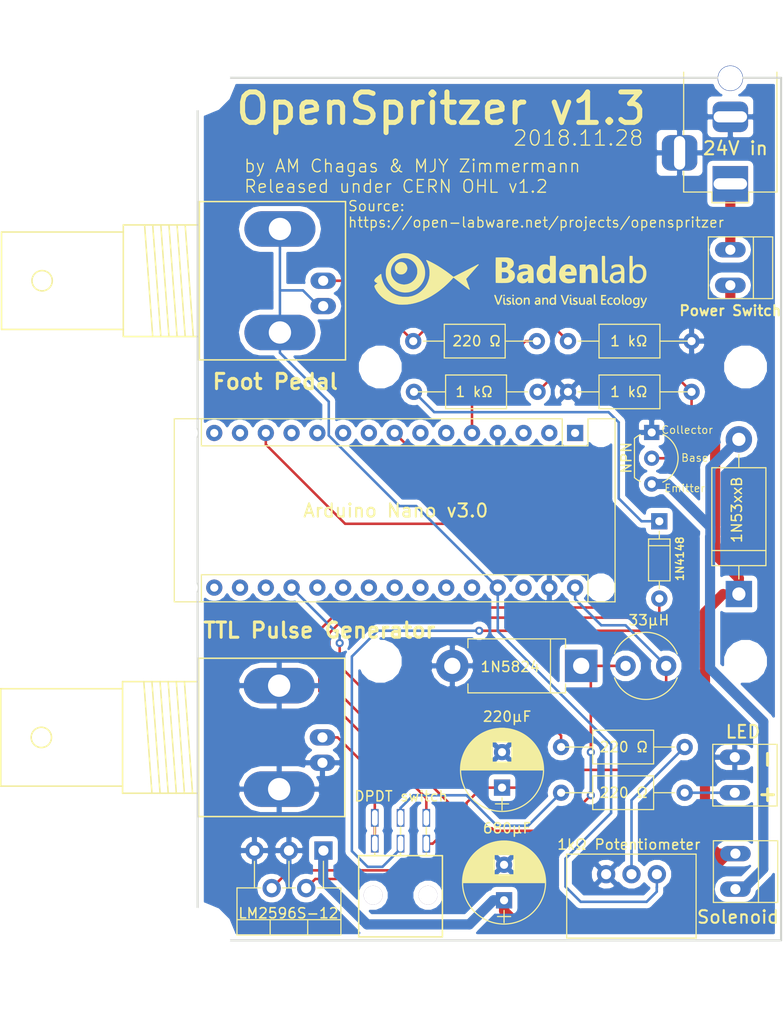
<source format=kicad_pcb>
(kicad_pcb (version 20171130) (host pcbnew "(5.0.0)")
  (layers (0 F.Cu signal) (31 B.Cu signal hide) (34 B.Paste user) (35 F.Paste user) (36 B.SilkS user) (37 F.SilkS user) (38 B.Mask user) (39 F.Mask user) (44 Edge.Cuts user))
  (net 0 "")
  (net 1 "Net-(A1-Pad16)")
  (net 2 "Net-(A1-Pad15)")
  (net 3 "Net-(A1-Pad30)")
  (net 4 "Net-(A1-Pad14)")
  (net 5 GNDREF)
  (net 6 "Net-(A1-Pad13)")
  (net 7 "Net-(A1-Pad28)")
  (net 8 "Net-(A1-Pad12)")
  (net 9 "Net-(A1-Pad27)")
  (net 10 "Net-(A1-Pad11)")
  (net 11 "Net-(A1-Pad26)")
  (net 12 "Net-(A1-Pad10)")
  (net 13 "Net-(A1-Pad25)")
  (net 14 "Net-(A1-Pad9)")
  (net 15 "Net-(A1-Pad24)")
  (net 16 "Net-(A1-Pad8)")
  (net 17 "Net-(A1-Pad23)")
  (net 18 "Net-(A1-Pad7)")
  (net 19 "Net-(A1-Pad22)")
  (net 20 "Net-(A1-Pad6)")
  (net 21 "Net-(A1-Pad21)")
  (net 22 "Net-(A1-Pad5)")
  (net 23 "Net-(A1-Pad20)")
  (net 24 "Net-(A1-Pad19)")
  (net 25 "Net-(A1-Pad3)")
  (net 26 "Net-(A1-Pad18)")
  (net 27 "Net-(A1-Pad2)")
  (net 28 "Net-(A1-Pad17)")
  (net 29 "Net-(A1-Pad1)")
  (net 30 "Net-(D1-Pad2)")
  (net 31 "Net-(D2-Pad2)")
  (net 32 "Net-(D2-Pad1)")
  (net 33 "Net-(D3-Pad2)")
  (net 34 "Net-(J1-Pad1)")
  (net 35 "Net-(Q1-Pad2)")
  (net 36 "Net-(R1-Pad1)")
  (net 37 "Net-(R2-Pad2)")
  (net 38 "Net-(C1-Pad1)")
  (net 39 "Net-(D4-Pad1)")
  (net 40 "Net-(J4-Pad1)")
  (module Maxime:Potentiometer (layer F.Cu) (at 142.75 143.5 270)
    (fp_text reference "" hide)
    (fp_text value "1kΩ Potentiometer" (at -2.95 0.25 180) (layer F.SilkS))
    (pad 3 thru_hole circle (at -0.02 -2.51 270) (size 1.8 1.8) (drill 1) (layers *.Cu *.Mask) (net 9 "Net-(A1-Pad27)"))
    (pad 2 thru_hole circle (at -0.02 -0.01 270) (size 1.8 1.8) (drill 1) (layers *.Cu *.Mask) (net 36 "Net-(R1-Pad1)"))
    (pad 1 thru_hole circle (at -0.02 2.49 270) (size 1.8 1.8) (drill 1) (layers *.Cu *.Mask) (net 5 GNDREF))
  )
  (module Diodes_THT:D_DO-201_P15.24mm_Horizontal (layer F.Cu) (at 153.34 115.87 90)
    (fp_text reference "" hide)
    (fp_text value 1N53xxB (at 8.3 -0.2 90) (layer F.SilkS))
    (pad 2 thru_hole oval (at 15.24 0 90) (size 2.6 2.6) (drill 1.3) (layers *.Cu *.Mask) (net 33 "Net-(D3-Pad2)"))
    (pad 1 thru_hole rect (at 0 0 90) (size 2.6 2.6) (drill 1.3) (layers *.Cu *.Mask) (net 38 "Net-(C1-Pad1)"))
  )
  (module Maxime:R_Axial_DIN0309_L9.0mm_D3.2mm_P15.24mm_Horizontal (layer F.Cu) (at 136.5 90.95)
    (fp_text reference "" (at 11.43 -2.54) (layer F.SilkS))
    (fp_text value "1 kΩ" (at 6 0) (layer F.SilkS))
    (pad 1 thru_hole circle (at 0 0) (size 1.6 1.6) (drill 0.8) (layers *.Cu *.Mask) (net 34 "Net-(J1-Pad1)"))
    (pad 2 thru_hole oval (at 12.18 0) (size 1.6 1.6) (drill 0.8) (layers *.Cu *.Mask) (net 5 GNDREF))
  )
  (module Maxime:R_Axial_DIN0309_L9.0mm_D3.2mm_P15.24mm_Horizontal (layer F.Cu) (at 148 130.95 180)
    (fp_text reference "" (at 11.43 -2.54 180) (layer F.SilkS))
    (fp_text value "220 Ω" (at 6 0 180) (layer F.SilkS))
    (pad 1 thru_hole circle (at 0 0 180) (size 1.6 1.6) (drill 0.8) (layers *.Cu *.Mask) (net 36 "Net-(R1-Pad1)"))
    (pad 2 thru_hole oval (at 12.18 0 180) (size 1.6 1.6) (drill 0.8) (layers *.Cu *.Mask) (net 24 "Net-(A1-Pad19)"))
  )
  (module Maxime:R_Axial_DIN0309_L9.0mm_D3.2mm_P15.24mm_Horizontal (layer F.Cu) (at 148 135.45 180)
    (fp_text reference "" (at 11.43 -2.54 180) (layer F.SilkS))
    (fp_text value "220 Ω" (at 6 0 180) (layer F.SilkS))
    (pad 1 thru_hole circle (at 0 0 180) (size 1.6 1.6) (drill 0.8) (layers *.Cu *.Mask) (net 30 "Net-(D1-Pad2)"))
    (pad 2 thru_hole oval (at 12.18 0 180) (size 1.6 1.6) (drill 0.8) (layers *.Cu *.Mask) (net 37 "Net-(R2-Pad2)"))
  )
  (module Maxime:R_Axial_DIN0309_L9.0mm_D3.2mm_P15.24mm_Horizontal (layer F.Cu) (at 136.5 95.95)
    (fp_text reference "" (at 11.43 -2.54) (layer F.SilkS))
    (fp_text value "1 kΩ" (at 6 0) (layer F.SilkS))
    (pad 1 thru_hole circle (at 0 0) (size 1.6 1.6) (drill 0.8) (layers *.Cu *.Mask) (net 5 GNDREF))
    (pad 2 thru_hole oval (at 12.18 0) (size 1.6 1.6) (drill 0.8) (layers *.Cu *.Mask) (net 35 "Net-(Q1-Pad2)"))
  )
  (module Maxime:R_Axial_DIN0309_L9.0mm_D3.2mm_P15.24mm_Horizontal (layer F.Cu) (at 121.25 90.95)
    (fp_text reference "" (at 11.43 -2.54) (layer F.SilkS))
    (fp_text value "220 Ω" (at 6.25 0) (layer F.SilkS))
    (pad 1 thru_hole circle (at 0 0) (size 1.6 1.6) (drill 0.8) (layers *.Cu *.Mask) (net 34 "Net-(J1-Pad1)"))
    (pad 2 thru_hole oval (at 12.18 0) (size 1.6 1.6) (drill 0.8) (layers *.Cu *.Mask) (net 22 "Net-(A1-Pad5)"))
  )
  (module Maxime:R_Axial_DIN0309_L9.0mm_D3.2mm_P15.24mm_Horizontal (layer F.Cu) (at 133.5 95.95 180)
    (fp_text reference "" (at 11.43 -2.54 180) (layer F.SilkS))
    (fp_text value "1 kΩ" (at 6.25 0 180) (layer F.SilkS))
    (pad 1 thru_hole circle (at 0 0 180) (size 1.6 1.6) (drill 0.8) (layers *.Cu *.Mask) (net 35 "Net-(Q1-Pad2)"))
    (pad 2 thru_hole oval (at 12.18 0 180) (size 1.6 1.6) (drill 0.8) (layers *.Cu *.Mask) (net 32 "Net-(D2-Pad1)"))
  )
  (module Maxime:maxi_PINHEAD1-2 (layer F.Cu) (at 153.5 81.95 270)
    (fp_text reference "" hide)
    (fp_text value "Power Switch" (at 6 1 180) (layer F.SilkS) (effects (font (thickness 0.2))))
    (pad 2 thru_hole oval (at 3.5 1 270) (size 1.51 3.01) (drill 1) (layers *.Cu *.Mask) (net 38 "Net-(C1-Pad1)"))
    (pad 1 thru_hole oval (at 0 1 270) (size 1.51 3.01) (drill 1) (layers *.Cu *.Mask) (net 38 "Net-(C1-Pad1)"))
  )
  (module Inductors_THT:L_Radial_D6.0mm_P4.00mm (layer F.Cu) (at 146.175 122.95 180)
    (fp_text reference "" hide)
    (fp_text value 33μH (at 1.7 4.5) (layer F.SilkS))
    (pad 1 thru_hole circle (at 0 0 180) (size 2 2) (drill 1) (layers *.Cu *.Mask) (net 3 "Net-(A1-Pad30)"))
    (pad 2 thru_hole circle (at 4 0 180) (size 2 2) (drill 1) (layers *.Cu *.Mask) (net 39 "Net-(D4-Pad1)"))
  )
  (module Modules:Arduino_Nano_WithMountingHoles (layer F.Cu) (at 137.2 100 270)
    (fp_text reference "" hide)
    (fp_text value "Arduino Nano v3.0" (at 7.65 17.675) (layer F.SilkS) (effects (font (size 1.3 1.3) (thickness 0.2))))
    (pad 1 thru_hole rect (at 0 0 270) (size 1.6 1.6) (drill 0.8) (layers *.Cu *.Mask) (net 29 "Net-(A1-Pad1)"))
    (pad 17 thru_hole oval (at 15.24 33.02 270) (size 1.6 1.6) (drill 0.8) (layers *.Cu *.Mask) (net 28 "Net-(A1-Pad17)"))
    (pad 2 thru_hole oval (at 0 2.54 270) (size 1.6 1.6) (drill 0.8) (layers *.Cu *.Mask) (net 27 "Net-(A1-Pad2)"))
    (pad 18 thru_hole oval (at 15.24 30.48 270) (size 1.6 1.6) (drill 0.8) (layers *.Cu *.Mask) (net 26 "Net-(A1-Pad18)"))
    (pad 3 thru_hole oval (at 0 5.08 270) (size 1.6 1.6) (drill 0.8) (layers *.Cu *.Mask) (net 25 "Net-(A1-Pad3)"))
    (pad 19 thru_hole oval (at 15.24 27.94 270) (size 1.6 1.6) (drill 0.8) (layers *.Cu *.Mask) (net 24 "Net-(A1-Pad19)"))
    (pad 4 thru_hole oval (at 0 7.62 270) (size 1.6 1.6) (drill 0.8) (layers *.Cu *.Mask) (net 5 GNDREF))
    (pad 20 thru_hole oval (at 15.24 25.4 270) (size 1.6 1.6) (drill 0.8) (layers *.Cu *.Mask) (net 23 "Net-(A1-Pad20)"))
    (pad 5 thru_hole oval (at 0 10.16 270) (size 1.6 1.6) (drill 0.8) (layers *.Cu *.Mask) (net 22 "Net-(A1-Pad5)"))
    (pad 21 thru_hole oval (at 15.24 22.86 270) (size 1.6 1.6) (drill 0.8) (layers *.Cu *.Mask) (net 21 "Net-(A1-Pad21)"))
    (pad 6 thru_hole oval (at 0 12.7 270) (size 1.6 1.6) (drill 0.8) (layers *.Cu *.Mask) (net 20 "Net-(A1-Pad6)"))
    (pad 22 thru_hole oval (at 15.24 20.32 270) (size 1.6 1.6) (drill 0.8) (layers *.Cu *.Mask) (net 19 "Net-(A1-Pad22)"))
    (pad 7 thru_hole oval (at 0 15.24 270) (size 1.6 1.6) (drill 0.8) (layers *.Cu *.Mask) (net 18 "Net-(A1-Pad7)"))
    (pad 23 thru_hole oval (at 15.24 17.78 270) (size 1.6 1.6) (drill 0.8) (layers *.Cu *.Mask) (net 17 "Net-(A1-Pad23)"))
    (pad 8 thru_hole oval (at 0 17.78 270) (size 1.6 1.6) (drill 0.8) (layers *.Cu *.Mask) (net 16 "Net-(A1-Pad8)"))
    (pad 24 thru_hole oval (at 15.24 15.24 270) (size 1.6 1.6) (drill 0.8) (layers *.Cu *.Mask) (net 15 "Net-(A1-Pad24)"))
    (pad 9 thru_hole oval (at 0 20.32 270) (size 1.6 1.6) (drill 0.8) (layers *.Cu *.Mask) (net 14 "Net-(A1-Pad9)"))
    (pad 25 thru_hole oval (at 15.24 12.7 270) (size 1.6 1.6) (drill 0.8) (layers *.Cu *.Mask) (net 13 "Net-(A1-Pad25)"))
    (pad 10 thru_hole oval (at 0 22.86 270) (size 1.6 1.6) (drill 0.8) (layers *.Cu *.Mask) (net 12 "Net-(A1-Pad10)"))
    (pad 26 thru_hole oval (at 15.24 10.16 270) (size 1.6 1.6) (drill 0.8) (layers *.Cu *.Mask) (net 11 "Net-(A1-Pad26)"))
    (pad 11 thru_hole oval (at 0 25.4 270) (size 1.6 1.6) (drill 0.8) (layers *.Cu *.Mask) (net 10 "Net-(A1-Pad11)"))
    (pad 27 thru_hole oval (at 15.24 7.62 270) (size 1.6 1.6) (drill 0.8) (layers *.Cu *.Mask) (net 9 "Net-(A1-Pad27)"))
    (pad 12 thru_hole oval (at 0 27.94 270) (size 1.6 1.6) (drill 0.8) (layers *.Cu *.Mask) (net 8 "Net-(A1-Pad12)"))
    (pad 28 thru_hole oval (at 15.24 5.08 270) (size 1.6 1.6) (drill 0.8) (layers *.Cu *.Mask) (net 7 "Net-(A1-Pad28)"))
    (pad 13 thru_hole oval (at 0 30.48 270) (size 1.6 1.6) (drill 0.8) (layers *.Cu *.Mask) (net 6 "Net-(A1-Pad13)"))
    (pad 29 thru_hole oval (at 15.24 2.54 270) (size 1.6 1.6) (drill 0.8) (layers *.Cu *.Mask) (net 5 GNDREF))
    (pad 14 thru_hole oval (at 0 33.02 270) (size 1.6 1.6) (drill 0.8) (layers *.Cu *.Mask) (net 4 "Net-(A1-Pad14)"))
    (pad 30 thru_hole oval (at 15.24 0 270) (size 1.6 1.6) (drill 0.8) (layers *.Cu *.Mask) (net 3 "Net-(A1-Pad30)"))
    (pad 15 thru_hole oval (at 0 35.56 270) (size 1.6 1.6) (drill 0.8) (layers *.Cu *.Mask) (net 2 "Net-(A1-Pad15)"))
    (pad 16 thru_hole oval (at 15.24 35.56 270) (size 1.6 1.6) (drill 0.8) (layers *.Cu *.Mask) (net 1 "Net-(A1-Pad16)"))
    (pad "" np_thru_hole circle (at 0 -2.54 270) (size 1.78 1.78) (drill 1.78) (layers *.Cu *.Mask))
    (pad "" np_thru_hole circle (at 15.24 -2.54 270) (size 1.78 1.78) (drill 1.78) (layers *.Cu *.Mask))
    (pad "" np_thru_hole circle (at 15.24 38.1 270) (size 1.78 1.78) (drill 1.78) (layers *.Cu *.Mask))
    (pad "" np_thru_hole circle (at 0 38.1 270) (size 1.78 1.78) (drill 1.78) (layers *.Cu *.Mask))
  )
  (module Package_TO_SOT_THT:TO-92L_Inline_Wide (layer F.Cu) (at 144.75 99.95 270)
    (fp_text reference NPN (at 2.5 2.5 270) (layer F.SilkS))
    (fp_text value "")
    (pad 1 thru_hole rect (at 0 0) (size 1.5 1.5) (drill 0.8) (layers *.Cu *.Mask) (net 5 GNDREF))
    (pad 3 thru_hole circle (at 5.08 0) (size 1.5 1.5) (drill 0.8) (layers *.Cu *.Mask) (net 33 "Net-(D3-Pad2)"))
    (pad 2 thru_hole circle (at 2.54 0) (size 1.5 1.5) (drill 0.8) (layers *.Cu *.Mask) (net 35 "Net-(Q1-Pad2)"))
  )
  (module Maxime:BarrelJack_Horizontal_maxime (layer F.Cu) (at 152.5 60.95 270)
    (fp_text reference "" hide)
    (fp_text value "24V in" (at 11 -0.5 180) (layer F.SilkS) (effects (font (size 1.3 1.3) (thickness 0.2))))
    (pad 3 thru_hole roundrect (at 11.45 5 270) (size 3.5 3.5) (drill oval 3.3 1.1) (layers *.Cu *.Mask) (net 5 GNDREF))
    (pad 2 thru_hole roundrect (at 7.9 0 270) (size 3 3.5) (drill oval 1.1 3.3) (layers *.Cu *.Mask) (net 5 GNDREF))
    (pad 1 thru_hole rect (at 14.5 0 270) (size 3.5 3.5) (drill oval 1.1 3.3) (layers *.Cu *.Mask) (net 38 "Net-(C1-Pad1)"))
    (pad 4 thru_hole circle (at 4.1 0 270) (size 2.5 2.5) (drill 2.4) (layers *.Cu *.Mask))
  )
  (module MountingHole:MountingHole_6.4mm_M6 (layer F.Cu) (at 100 65)
    (fp_text reference "" (at 0 -7.4) (layer F.SilkS))
    (fp_text value "")
    (pad 1 np_thru_hole circle (at 0 0) (size 6.4 6.4) (drill 6.4) (layers *.Cu *.Mask))
  )
  (module Diodes_THT:D_DO-201AD_P12.70mm_Horizontal (layer F.Cu) (at 137.8 122.95 180)
    (fp_text reference "" hide)
    (fp_text value 1N5824 (at 7 -0.1 180) (layer F.SilkS))
    (pad 1 thru_hole rect (at 0 0 180) (size 3.2 3.2) (drill 1.6) (layers *.Cu *.Mask) (net 39 "Net-(D4-Pad1)"))
    (pad 2 thru_hole oval (at 12.7 0 180) (size 3.2 3.2) (drill 1.6) (layers *.Cu *.Mask) (net 5 GNDREF))
  )
  (module Maxime:maxi_DPDT_Angled (layer F.Cu) (at 120 149.65)
    (fp_text reference "" hide)
    (fp_text value "DPDT switch" (at 0.05 -13.85 180) (layer F.SilkS))
    (pad 1 thru_hole rect (at -2.54 -11.72) (size 0.75 1.75) (drill oval 0.55 1.55) (layers *.Cu *.Mask) (net 40 "Net-(J4-Pad1)"))
    (pad 2 thru_hole rect (at 0 -11.72) (size 0.75 1.75) (drill oval 0.55 1.55) (layers *.Cu *.Mask) (net 37 "Net-(R2-Pad2)"))
    (pad 3 thru_hole rect (at 2.54 -11.72) (size 0.75 1.75) (drill oval 0.55 1.55) (layers *.Cu *.Mask) (net 6 "Net-(A1-Pad13)"))
    (pad 4 thru_hole rect (at -2.54 -9.18) (size 0.75 1.75) (drill oval 0.55 1.55) (layers *.Cu *.Mask) (net 40 "Net-(J4-Pad1)"))
    (pad 5 thru_hole rect (at 0 -9.18) (size 0.75 1.75) (drill oval 0.55 1.55) (layers *.Cu *.Mask) (net 31 "Net-(D2-Pad2)"))
    (pad 6 thru_hole rect (at 2.54 -9.18) (size 0.75 1.75) (drill oval 0.55 1.55) (layers *.Cu *.Mask) (net 16 "Net-(A1-Pad8)"))
    (pad 7 thru_hole circle (at -2.7 -4.1) (size 1.85 1.85) (drill 1.85) (layers *.Cu *.Mask))
    (pad 8 thru_hole circle (at 2.7 -4.1) (size 1.85 1.85) (drill 1.85) (layers *.Cu *.Mask))
  )
  (module Capacitors_THT:CP_Radial_D8.0mm_P3.50mm (layer F.Cu) (at 130.2 146.05 90)
    (fp_text reference "" hide)
    (fp_text value 680μF (at 7.1 0.3 180) (layer F.SilkS))
    (pad 1 thru_hole rect (at 0 0 90) (size 1.6 1.6) (drill 0.8) (layers *.Cu *.Mask) (net 38 "Net-(C1-Pad1)"))
    (pad 2 thru_hole circle (at 3.5 0 90) (size 1.6 1.6) (drill 0.8) (layers *.Cu *.Mask) (net 5 GNDREF))
  )
  (module Capacitors_THT:CP_Radial_D8.0mm_P3.50mm (layer F.Cu) (at 130 134.95 90)
    (fp_text reference "" hide)
    (fp_text value 220μF (at 7 0.5 180) (layer F.SilkS))
    (pad 2 thru_hole circle (at 3.5 0 90) (size 1.6 1.6) (drill 0.8) (layers *.Cu *.Mask) (net 5 GNDREF))
    (pad 1 thru_hole rect (at 0 0 90) (size 1.6 1.6) (drill 0.8) (layers *.Cu *.Mask) (net 3 "Net-(A1-Pad30)"))
  )
  (module Mounting_Holes:MountingHole_3.2mm_M3 (layer F.Cu) (at 118 93.5)
    (fp_text reference "" hide)
    (fp_text value "")
    (pad "" np_thru_hole circle (at 0 0) (size 3.2 3.2) (drill 3.2) (layers *.Cu *.Mask))
  )
  (module Mounting_Holes:MountingHole_3.2mm_M3 (layer F.Cu) (at 118 122.5 90)
    (fp_text reference "" hide)
    (fp_text value "")
    (pad "" np_thru_hole circle (at 0 0 90) (size 3.2 3.2) (drill 3.2) (layers *.Cu *.Mask))
  )
  (module Maxime:maxi_PINHEAD1-2 (layer F.Cu) (at 153.94 131.95 270)
    (fp_text reference "" hide)
    (fp_text value LED (at -2.5 0.19 180) (layer F.SilkS) (effects (font (size 1.25 1.25) (thickness 0.2))))
    (pad 1 thru_hole oval (at 0 1 270) (size 1.51 3.01) (drill 1) (layers *.Cu *.Mask) (net 5 GNDREF))
    (pad 2 thru_hole oval (at 3.5 1 270) (size 1.51 3.01) (drill 1) (layers *.Cu *.Mask) (net 30 "Net-(D1-Pad2)"))
  )
  (module Maxime:maxi_PINHEAD1-2 (layer F.Cu) (at 154 141.45 270)
    (fp_text reference "" hide)
    (fp_text value Solenoid (at 6.25 0.75 180) (layer F.SilkS) (effects (font (size 1.25 1.25) (thickness 0.2))))
    (pad 2 thru_hole oval (at 3.5 1 270) (size 1.51 3.01) (drill 1) (layers *.Cu *.Mask) (net 33 "Net-(D3-Pad2)"))
    (pad 1 thru_hole oval (at 0 1 270) (size 1.51 3.01) (drill 1) (layers *.Cu *.Mask) (net 38 "Net-(C1-Pad1)"))
  )
  (module Maxime:BNC_Socket_TYCO-AMP_LargePads (layer F.Cu) (at 107.375 85 90)
    (fp_text reference "" (at 0.508 9.652 90) (layer F.SilkS))
    (fp_text value "Foot Pedal" (at -9.95 0.275 180) (layer F.SilkS) (effects (font (size 1.5 1.5) (thickness 0.3))))
    (pad 2 thru_hole oval (at -5.09778 0.7366 90) (size 3.50012 7.00024) (drill 2.19964) (layers *.Cu *.Mask) (net 9 "Net-(A1-Pad27)"))
    (pad 2 thru_hole oval (at 5.10032 0.7366 90) (size 3.50012 7.00024) (drill 2.19964) (layers *.Cu *.Mask) (net 9 "Net-(A1-Pad27)"))
    (pad 1 thru_hole oval (at 0 5.00126 90) (size 1.6002 2.49936) (drill 1.00076) (layers *.Cu *.Mask) (net 34 "Net-(J1-Pad1)"))
    (pad 2 thru_hole oval (at -2.49936 5.00126 90) (size 1.6002 2.49936) (drill 1.00076) (layers *.Cu *.Mask) (net 9 "Net-(A1-Pad27)"))
  )
  (module Diodes_THT:D_DO-35_SOD27_P7.62mm_Horizontal (layer F.Cu) (at 145.5 108.7 270)
    (fp_text reference "" hide)
    (fp_text value 1N4148 (at 3.7 -2.025 270) (layer F.SilkS) (effects (font (size 0.75 0.75))))
    (pad 1 thru_hole rect (at 0 0 270) (size 1.6 1.6) (drill 0.8) (layers *.Cu *.Mask) (net 32 "Net-(D2-Pad1)"))
    (pad 2 thru_hole oval (at 7.62 0 270) (size 1.6 1.6) (drill 0.8) (layers *.Cu *.Mask) (net 31 "Net-(D2-Pad2)"))
  )
  (module Mounting_Holes:MountingHole_3.2mm_M3 (layer F.Cu) (at 154 93.5)
    (fp_text reference "" (at 0 -4.2) (layer F.SilkS))
    (fp_text value "" hide)
    (pad "" np_thru_hole circle (at 0 0) (size 3.2 3.2) (drill 3.2) (layers *.Cu *.Mask))
  )
  (module TO_SOT_Packages_THT:TO-220-5_Vertical_StaggeredType1 (layer F.Cu) (at 112.4 141.15 180)
    (fp_text reference "" hide)
    (fp_text value LM2596S-12 (at 3.45 -6.175) (layer F.SilkS))
    (pad 1 thru_hole rect (at 0 0 180) (size 1.8 1.8) (drill 1) (layers *.Cu *.Mask) (net 38 "Net-(C1-Pad1)"))
    (pad 2 thru_hole oval (at 1.7 -3.7 180) (size 1.8 1.8) (drill 1) (layers *.Cu *.Mask) (net 39 "Net-(D4-Pad1)"))
    (pad 3 thru_hole oval (at 3.4 0 180) (size 1.8 1.8) (drill 1) (layers *.Cu *.Mask) (net 5 GNDREF))
    (pad 4 thru_hole oval (at 5.1 -3.7 180) (size 1.8 1.8) (drill 1) (layers *.Cu *.Mask) (net 3 "Net-(A1-Pad30)"))
    (pad 5 thru_hole oval (at 6.8 0 180) (size 1.8 1.8) (drill 1) (layers *.Cu *.Mask) (net 5 GNDREF))
  )
  (module Mounting_Holes:MountingHole_3.2mm_M3 (layer F.Cu) (at 154 122.5)
    (fp_text reference "" hide)
    (fp_text value "")
    (pad "" np_thru_hole circle (at 0 0) (size 3.2 3.2) (drill 3.2) (layers *.Cu *.Mask))
  )
  (module Maxime:BNC_Socket_TYCO-AMP_LargePads (layer F.Cu) (at 107.3 130 90)
    (fp_text reference "" (at 0.508 9.652 90) (layer F.SilkS))
    (fp_text value "TTL Pulse Generator" (at 10.55 4.7 180) (layer F.SilkS) (effects (font (size 1.5 1.5) (thickness 0.3))))
    (pad 2 thru_hole oval (at -2.49936 5.00126 90) (size 1.6002 2.49936) (drill 1.00076) (layers *.Cu *.Mask) (net 5 GNDREF))
    (pad 1 thru_hole oval (at 0 5.00126 90) (size 1.6002 2.49936) (drill 1.00076) (layers *.Cu *.Mask) (net 40 "Net-(J4-Pad1)"))
    (pad 2 thru_hole oval (at 5.10032 0.7366 90) (size 3.50012 7.00024) (drill 2.19964) (layers *.Cu *.Mask) (net 5 GNDREF))
    (pad 2 thru_hole oval (at -5.09778 0.7366 90) (size 3.50012 7.00024) (drill 2.19964) (layers *.Cu *.Mask) (net 5 GNDREF))
  )
  (module "Maxime:new_logo 2500" (layer F.Cu) (at 131 85.2)
    (fp_text reference "" hide)
    (fp_text value "" hide)
  )
  (module MountingHole:MountingHole_6.4mm_M6 (layer F.Cu) (at 100 150)
    (fp_text reference "" (at 0 -7.4) (layer F.SilkS))
    (fp_text value MountingHole_6.4mm_M6)
    (pad 1 np_thru_hole circle (at 0 0) (size 6.4 6.4) (drill 6.4) (layers *.Cu *.Mask))
  )
  (gr_text Collector (at 148.25 99.7) (layer F.SilkS) (effects (font (size 0.75 0.75) (thickness 0.1))))
  (gr_text "Base\n" (at 149 102.45) (layer F.SilkS) (effects (font (size 0.75 0.75) (thickness 0.1))))
  (gr_text Emitter (at 148 105.45) (layer F.SilkS) (effects (font (size 0.75 0.75) (thickness 0.1))))
  (gr_text 2018.11.28 (at 131 70.95) (layer F.SilkS) (effects (font (size 1.5 1.5) (thickness 0.125)) (justify left)))
  (gr_text "by AM Chagas & MJY Zimmermann\nReleased under CERN OHL v1.2" (at 104.5 74.7) (layer F.SilkS) (effects (font (size 1.25 1.25) (thickness 0.125)) (justify left)))
  (gr_text "Source:\nhttps://open-labware.net/projects/openspritzer" (at 114.75 78.45) (layer F.SilkS) (effects (font (size 1 1) (thickness 0.125)) (justify left)))
  (gr_text "OpenSpritzer v1.3\n\n" (at 124 70.45) (layer F.SilkS) (effects (font (size 3 3) (thickness 0.5))))
  (gr_line (start 100 65) (end 100 150) (layer Edge.Cuts) (width 0.2))
  (gr_line (start 100 65) (end 157.5 65) (layer Edge.Cuts) (width 0.2))
  (gr_line (start 157.5 65) (end 157.5 150) (layer Edge.Cuts) (width 0.2))
  (gr_line (start 100 150) (end 157.5 150) (layer Edge.Cuts) (width 0.2))
  (target plus (at 100.013005 150.025366) (size 5) (width 0.15) (layer Edge.Cuts))
  (gr_text + (at 156.18 135.54) (layer F.SilkS) (effects (font (size 1.5 1.5) (thickness 0.3))))
  (gr_text - (at 156.06 132.16 90) (layer F.SilkS) (effects (font (size 1.5 1.5) (thickness 0.3)) (justify mirror)))
  (segment (start 128 134.95) (end 130 134.95) (width 0.25) (layer F.Cu) (net 3))
  (segment (start 126.5 136.45) (end 128 134.95) (width 0.25) (layer F.Cu) (net 3))
  (segment (start 126.5 139.5) (end 126.5 136.45) (width 0.25) (layer F.Cu) (net 3))
  (segment (start 122.9 143.1) (end 126.5 139.5) (width 0.25) (layer F.Cu) (net 3))
  (segment (start 107.3 144.85) (end 109.05 143.1) (width 0.25) (layer F.Cu) (net 3))
  (segment (start 109.05 143.1) (end 122.9 143.1) (width 0.25) (layer F.Cu) (net 3))
  (segment (start 130 134.95) (end 133.5 134.95) (width 0.25) (layer F.Cu) (net 3))
  (segment (start 133.5 134.95) (end 135.25 133.2) (width 0.25) (layer F.Cu) (net 3))
  (segment (start 135.25 133.2) (end 143.5 133.2) (width 0.25) (layer F.Cu) (net 3))
  (segment (start 143.5 133.2) (end 144.5 132.2) (width 0.25) (layer F.Cu) (net 3))
  (segment (start 144.5 132.2) (end 144.5 128.95) (width 0.25) (layer F.Cu) (net 3))
  (segment (start 146.175 127.275) (end 146.175 122.95) (width 0.25) (layer F.Cu) (net 3))
  (segment (start 144.5 128.95) (end 146.175 127.275) (width 0.25) (layer F.Cu) (net 3))
  (segment (start 137.2 116.37137) (end 139.77863 118.95) (width 0.25) (layer B.Cu) (net 3))
  (segment (start 137.2 115.24) (end 137.2 116.37137) (width 0.25) (layer B.Cu) (net 3))
  (segment (start 142.175 118.95) (end 146.175 122.95) (width 0.25) (layer B.Cu) (net 3))
  (segment (start 139.77863 118.95) (end 142.175 118.95) (width 0.25) (layer B.Cu) (net 3))
  (segment (start 129.58 99.63) (end 129.58 100) (width 0.25) (layer F.Cu) (net 5))
  (segment (start 139.25 108.95) (end 114.53863 108.95) (width 0.25) (layer F.Cu) (net 6))
  (segment (start 142.75 115.95) (end 142.75 112.45) (width 0.25) (layer F.Cu) (net 6))
  (segment (start 122.54 135.99) (end 112 125.45) (width 0.25) (layer F.Cu) (net 6))
  (segment (start 122.54 137.93) (end 122.54 135.99) (width 0.25) (layer F.Cu) (net 6))
  (segment (start 142.75 112.45) (end 139.25 108.95) (width 0.25) (layer F.Cu) (net 6))
  (segment (start 112 125.45) (end 112 119.45) (width 0.25) (layer F.Cu) (net 6))
  (segment (start 114.53863 108.95) (end 106.72 101.13137) (width 0.25) (layer F.Cu) (net 6))
  (segment (start 112 119.45) (end 114.25 117.2) (width 0.25) (layer F.Cu) (net 6))
  (segment (start 114.25 117.2) (end 141.5 117.2) (width 0.25) (layer F.Cu) (net 6))
  (segment (start 106.72 101.13137) (end 106.72 100) (width 0.25) (layer F.Cu) (net 6))
  (segment (start 141.5 117.2) (end 142.75 115.95) (width 0.25) (layer F.Cu) (net 6))
  (segment (start 108.1116 79.89968) (end 108.1116 81.89974) (width 0.25) (layer B.Cu) (net 9))
  (segment (start 110.37732 85.95) (end 108.1116 85.95) (width 0.25) (layer B.Cu) (net 9))
  (segment (start 111.92668 87.49936) (end 110.37732 85.95) (width 0.25) (layer B.Cu) (net 9))
  (segment (start 112.37626 87.49936) (end 111.92668 87.49936) (width 0.25) (layer B.Cu) (net 9))
  (segment (start 108.1116 81.89974) (end 108.1116 85.95) (width 0.25) (layer B.Cu) (net 9))
  (segment (start 108.1116 85.95) (end 108.1116 90.09778) (width 0.25) (layer B.Cu) (net 9))
  (segment (start 140.75 130.7) (end 129.58 119.53) (width 0.25) (layer B.Cu) (net 9))
  (segment (start 129.58 119.53) (end 129.58 115.24) (width 0.25) (layer B.Cu) (net 9))
  (segment (start 136.25 141.95) (end 140.75 137.45) (width 0.25) (layer B.Cu) (net 9))
  (segment (start 136.25 144.7) (end 136.25 141.95) (width 0.25) (layer B.Cu) (net 9))
  (segment (start 145.26 143.48) (end 145.26 144.752792) (width 0.25) (layer B.Cu) (net 9))
  (segment (start 140.75 137.45) (end 140.75 130.7) (width 0.25) (layer B.Cu) (net 9))
  (segment (start 145.25 144.762792) (end 145.25 145.2) (width 0.25) (layer B.Cu) (net 9))
  (segment (start 145.25 145.2) (end 144.25 146.2) (width 0.25) (layer B.Cu) (net 9))
  (segment (start 145.26 144.752792) (end 145.25 144.762792) (width 0.25) (layer B.Cu) (net 9))
  (segment (start 144.25 146.2) (end 137.75 146.2) (width 0.25) (layer B.Cu) (net 9))
  (segment (start 137.75 146.2) (end 136.25 144.7) (width 0.25) (layer B.Cu) (net 9))
  (segment (start 129.58 115.24) (end 121.54 107.2) (width 0.25) (layer B.Cu) (net 9))
  (segment (start 108.1116 92.09784) (end 108.1116 90.09778) (width 0.25) (layer B.Cu) (net 9))
  (segment (start 112.925001 96.911241) (end 108.1116 92.09784) (width 0.25) (layer B.Cu) (net 9))
  (segment (start 112.925001 100.250003) (end 112.925001 96.911241) (width 0.25) (layer B.Cu) (net 9))
  (segment (start 119.874998 107.2) (end 112.925001 100.250003) (width 0.25) (layer B.Cu) (net 9))
  (segment (start 121.54 107.2) (end 119.874998 107.2) (width 0.25) (layer B.Cu) (net 9))
  (segment (start 144 112.2) (end 138.13 106.33) (width 0.25) (layer F.Cu) (net 16))
  (segment (start 142.25 118.2) (end 144 116.45) (width 0.25) (layer F.Cu) (net 16))
  (segment (start 114.5 118.2) (end 142.25 118.2) (width 0.25) (layer F.Cu) (net 16))
  (segment (start 125.75 106.33) (end 119.42 100) (width 0.25) (layer F.Cu) (net 16))
  (segment (start 123.165 140.47) (end 124.9 138.735) (width 0.25) (layer F.Cu) (net 16))
  (segment (start 122.54 140.47) (end 123.165 140.47) (width 0.25) (layer F.Cu) (net 16))
  (segment (start 124.9 138.735) (end 124.9 136.6) (width 0.25) (layer F.Cu) (net 16))
  (segment (start 124.9 136.6) (end 113 124.7) (width 0.25) (layer F.Cu) (net 16))
  (segment (start 144 116.45) (end 144 112.2) (width 0.25) (layer F.Cu) (net 16))
  (segment (start 113 124.7) (end 113 119.7) (width 0.25) (layer F.Cu) (net 16))
  (segment (start 138.13 106.33) (end 125.75 106.33) (width 0.25) (layer F.Cu) (net 16))
  (segment (start 113 119.7) (end 114.5 118.2) (width 0.25) (layer F.Cu) (net 16))
  (segment (start 127.04 98.86863) (end 127.04 100) (width 0.25) (layer F.Cu) (net 22))
  (segment (start 127.04 96.20863) (end 127.04 98.86863) (width 0.25) (layer F.Cu) (net 22))
  (segment (start 132.29863 90.95) (end 127.04 96.20863) (width 0.25) (layer F.Cu) (net 22))
  (segment (start 133.43 90.95) (end 132.29863 90.95) (width 0.25) (layer F.Cu) (net 22))
  (segment (start 135.82 129.81863) (end 133.70137 127.7) (width 0.25) (layer F.Cu) (net 24))
  (segment (start 135.82 130.95) (end 135.82 129.81863) (width 0.25) (layer F.Cu) (net 24))
  (segment (start 133.70137 127.7) (end 118.75 127.7) (width 0.25) (layer F.Cu) (net 24))
  (segment (start 118.75 127.7) (end 114 122.95) (width 0.25) (layer F.Cu) (net 24))
  (segment (start 114 122.95) (end 114 120.7) (width 0.25) (layer F.Cu) (net 24))
  (segment (start 114 120.7) (end 114 120.7) (width 0.25) (layer F.Cu) (net 24))
  (via (at 114 120.7) (size 0.8) (drill 0.4) (layers F.Cu B.Cu) (net 24))
  (segment (start 114 119.98) (end 114 120.7) (width 0.25) (layer B.Cu) (net 24))
  (segment (start 109.26 115.24) (end 114 119.98) (width 0.25) (layer B.Cu) (net 24))
  (segment (start 151.185 135.45) (end 148 135.45) (width 0.25) (layer B.Cu) (net 30))
  (segment (start 152.94 135.45) (end 151.185 135.45) (width 0.25) (layer B.Cu) (net 30))
  (segment (start 120 140.97) (end 118.22 142.75) (width 0.25) (layer B.Cu) (net 31))
  (segment (start 120 140.47) (end 120 140.97) (width 0.25) (layer B.Cu) (net 31))
  (segment (start 118.22 142.75) (end 116.75 142.75) (width 0.25) (layer B.Cu) (net 31))
  (segment (start 116.75 142.75) (end 115.2 141.2) (width 0.25) (layer B.Cu) (net 31))
  (segment (start 115.2 141.2) (end 115.2 122.03) (width 0.25) (layer B.Cu) (net 31))
  (segment (start 115.2 122.03) (end 117.74 119.49) (width 0.25) (layer B.Cu) (net 31))
  (segment (start 117.74 119.49) (end 127.75 119.49) (width 0.25) (layer B.Cu) (net 31))
  (segment (start 127.75 119.49) (end 127.96 119.49) (width 0.25) (layer B.Cu) (net 31))
  (via (at 127.75 119.49) (size 0.8) (drill 0.4) (layers F.Cu B.Cu) (net 31))
  (segment (start 127.75 119.49) (end 143.71 119.49) (width 0.25) (layer F.Cu) (net 31))
  (segment (start 143.71 119.49) (end 145.5 117.7) (width 0.25) (layer F.Cu) (net 31))
  (segment (start 145.5 117.7) (end 145.5 116.32) (width 0.25) (layer F.Cu) (net 31))
  (segment (start 143.75 108.7) (end 145.5 108.7) (width 0.25) (layer B.Cu) (net 32))
  (segment (start 141.5 106.45) (end 143.75 108.7) (width 0.25) (layer B.Cu) (net 32))
  (segment (start 141.5 98.95) (end 141.5 106.45) (width 0.25) (layer B.Cu) (net 32))
  (segment (start 140.5 97.95) (end 141.5 98.95) (width 0.25) (layer B.Cu) (net 32))
  (segment (start 121.32 95.95) (end 123.32 97.95) (width 0.25) (layer B.Cu) (net 32))
  (segment (start 123.32 97.95) (end 140.5 97.95) (width 0.25) (layer B.Cu) (net 32))
  (segment (start 152.040001 101.929999) (end 153.34 100.63) (width 1) (layer B.Cu) (net 33))
  (segment (start 150.53499 103.43501) (end 152.040001 101.929999) (width 1) (layer B.Cu) (net 33))
  (segment (start 153 144.95) (end 152.25 144.95) (width 1) (layer B.Cu) (net 33))
  (segment (start 150.53499 109.264988) (end 150.53499 110.7) (width 1) (layer B.Cu) (net 33))
  (segment (start 146.300002 105.03) (end 150.53499 109.264988) (width 1) (layer B.Cu) (net 33))
  (segment (start 144.75 105.03) (end 146.300002 105.03) (width 1) (layer B.Cu) (net 33))
  (segment (start 153.75 144.95) (end 155.75 142.95) (width 1) (layer B.Cu) (net 33))
  (segment (start 153 144.95) (end 153.75 144.95) (width 1) (layer B.Cu) (net 33))
  (segment (start 155.75 142.95) (end 155.75 128.45) (width 1) (layer B.Cu) (net 33))
  (segment (start 155.75 128.45) (end 150.5 123.2) (width 1) (layer B.Cu) (net 33))
  (segment (start 150.5 110.23499) (end 150.53499 110.2) (width 1) (layer B.Cu) (net 33))
  (segment (start 150.5 123.2) (end 150.5 110.23499) (width 1) (layer B.Cu) (net 33))
  (segment (start 150.53499 110.7) (end 150.53499 110.2) (width 1) (layer B.Cu) (net 33))
  (segment (start 150.53499 110.2) (end 150.53499 103.43501) (width 1) (layer B.Cu) (net 33))
  (segment (start 115.3 85) (end 121.25 90.95) (width 0.25) (layer F.Cu) (net 34))
  (segment (start 112.37626 85) (end 115.3 85) (width 0.25) (layer F.Cu) (net 34))
  (segment (start 134.5 88.95) (end 136.5 90.95) (width 0.25) (layer F.Cu) (net 34))
  (segment (start 121.25 90.95) (end 123.25 88.95) (width 0.25) (layer F.Cu) (net 34))
  (segment (start 123.25 88.95) (end 134.5 88.95) (width 0.25) (layer F.Cu) (net 34))
  (segment (start 146.07 102.49) (end 144.75 102.49) (width 0.25) (layer F.Cu) (net 35))
  (segment (start 148.68 95.95) (end 148.68 99.88) (width 0.25) (layer F.Cu) (net 35))
  (segment (start 148.68 99.88) (end 146.07 102.49) (width 0.25) (layer F.Cu) (net 35))
  (segment (start 146.18 93.45) (end 148.68 95.95) (width 0.25) (layer F.Cu) (net 35))
  (segment (start 133.5 95.95) (end 136 93.45) (width 0.25) (layer F.Cu) (net 35))
  (segment (start 136 93.45) (end 146.18 93.45) (width 0.25) (layer F.Cu) (net 35))
  (segment (start 142.76 136.19) (end 148 130.95) (width 0.25) (layer B.Cu) (net 36))
  (segment (start 142.76 143.48) (end 142.76 136.19) (width 0.25) (layer B.Cu) (net 36))
  (segment (start 132.57 138.7) (end 135.82 135.45) (width 0.25) (layer B.Cu) (net 37))
  (segment (start 129.5 138.7) (end 132.57 138.7) (width 0.25) (layer B.Cu) (net 37))
  (segment (start 126.5 135.7) (end 129.5 138.7) (width 0.25) (layer B.Cu) (net 37))
  (segment (start 121.25 135.7) (end 126.5 135.7) (width 0.25) (layer B.Cu) (net 37))
  (segment (start 120 137.93) (end 120 136.95) (width 0.25) (layer B.Cu) (net 37))
  (segment (start 120 136.95) (end 121.25 135.7) (width 0.25) (layer B.Cu) (net 37))
  (segment (start 112.375 144.1) (end 112.375 141.125) (width 1) (layer B.Cu) (net 38))
  (segment (start 116.7 148.425) (end 112.4 144.125) (width 1) (layer B.Cu) (net 38))
  (segment (start 126.775 148.425) (end 116.7 148.425) (width 1) (layer B.Cu) (net 38))
  (segment (start 130.2 146.05) (end 129.15 146.05) (width 1) (layer B.Cu) (net 38))
  (segment (start 129.15 146.05) (end 126.775 148.425) (width 1) (layer B.Cu) (net 38))
  (segment (start 130.2 147.1) (end 131.7 148.6) (width 1) (layer F.Cu) (net 38))
  (segment (start 130.2 146.05) (end 130.2 147.1) (width 1) (layer F.Cu) (net 38))
  (segment (start 152.5 75.45) (end 152.5 81.95) (width 1) (layer F.Cu) (net 38))
  (segment (start 152.5 85.45) (end 152.5 88.95) (width 1) (layer F.Cu) (net 38))
  (segment (start 152.5 88.95) (end 151 90.45) (width 1) (layer F.Cu) (net 38))
  (segment (start 151 111.98) (end 153.34 114.32) (width 1) (layer F.Cu) (net 38))
  (segment (start 151 90.45) (end 151 111.98) (width 1) (layer F.Cu) (net 38))
  (segment (start 153.34 114.32) (end 153.34 115.87) (width 1) (layer F.Cu) (net 38))
  (segment (start 151.245 141.45) (end 150 140.205) (width 1) (layer F.Cu) (net 38))
  (segment (start 153 141.45) (end 151.245 141.45) (width 1) (layer F.Cu) (net 38))
  (segment (start 150 140.205) (end 150 120.76) (width 1) (layer F.Cu) (net 38))
  (segment (start 150 120.76) (end 150 119.45) (width 1) (layer F.Cu) (net 38))
  (segment (start 150 117.66) (end 150 118.7) (width 1) (layer F.Cu) (net 38))
  (segment (start 151.79 115.87) (end 150 117.66) (width 1) (layer F.Cu) (net 38))
  (segment (start 153.34 115.87) (end 151.79 115.87) (width 0.25) (layer F.Cu) (net 38))
  (segment (start 150 119.45) (end 150 118.7) (width 1) (layer F.Cu) (net 38))
  (segment (start 150 118.7) (end 150 118.2) (width 0.25) (layer F.Cu) (net 38))
  (segment (start 145.1 148.6) (end 131.7 148.6) (width 1) (layer F.Cu) (net 38))
  (segment (start 153 141.45) (end 152.25 141.45) (width 0.25) (layer F.Cu) (net 38))
  (segment (start 152.25 141.45) (end 145.1 148.6) (width 1) (layer F.Cu) (net 38))
  (segment (start 111.599999 143.950001) (end 110.7 144.85) (width 0.25) (layer F.Cu) (net 39))
  (segment (start 123.999999 143.950001) (end 111.599999 143.950001) (width 0.25) (layer F.Cu) (net 39))
  (segment (start 139.65 122.95) (end 142.175 122.95) (width 0.25) (layer F.Cu) (net 39))
  (segment (start 137.8 122.95) (end 139.65 122.95) (width 0.25) (layer F.Cu) (net 39))
  (segment (start 123.999999 143.950001) (end 129 138.95) (width 0.25) (layer F.Cu) (net 39))
  (segment (start 129 138.95) (end 129.25 139.2) (width 0.25) (layer F.Cu) (net 39))
  (segment (start 129.25 139.2) (end 135.25 139.2) (width 0.25) (layer F.Cu) (net 39))
  (segment (start 135.25 139.2) (end 138.75 135.7) (width 0.25) (layer F.Cu) (net 39))
  (segment (start 138.75 135.7) (end 138.75 135.7) (width 0.25) (layer F.Cu) (net 39))
  (via (at 138.75 135.7) (size 0.8) (drill 0.4) (layers F.Cu B.Cu) (net 39))
  (segment (start 138.75 123.9) (end 137.8 122.95) (width 0.25) (layer F.Cu) (net 39))
  (segment (start 138.75 135.7) (end 138.75 131.45) (width 0.25) (layer B.Cu) (net 39))
  (segment (start 138.75 131.45) (end 138.75 131.45) (width 0.25) (layer B.Cu) (net 39))
  (via (at 138.75 131.45) (size 0.8) (drill 0.4) (layers F.Cu B.Cu) (net 39))
  (segment (start 138.75 131.45) (end 138.75 130.45) (width 0.25) (layer F.Cu) (net 39))
  (segment (start 138.75 130.45) (end 138.75 129.95) (width 0.25) (layer F.Cu) (net 39))
  (segment (start 138.75 130.2) (end 138.75 129.95) (width 0.25) (layer F.Cu) (net 39))
  (segment (start 138.75 129.95) (end 138.75 123.9) (width 0.25) (layer F.Cu) (net 39))
  (segment (start 117.46 136.805) (end 117.46 137.93) (width 0.25) (layer F.Cu) (net 40))
  (segment (start 117.46 133.65906) (end 117.46 136.805) (width 0.25) (layer F.Cu) (net 40))
  (segment (start 113.80094 130) (end 117.46 133.65906) (width 0.25) (layer F.Cu) (net 40))
  (segment (start 112.30126 130) (end 113.80094 130) (width 0.25) (layer F.Cu) (net 40))
  (segment (start 117.46 137.93) (end 117.46 140.47) (width 0.25) (layer F.Cu) (net 40))
  (zone (net 5) (net_name GNDREF) (layer B.Cu) (connect_pads (clearance 0.508)) (min_thickness 0.254) (fill yes (arc_segments 16) (thermal_gap 0.508) (thermal_bridge_width 0.508))
    (polygon (pts (xy 100.1 149.9) (xy 100 64.95) (xy 157.5 64.95) (xy 157.5 149.95)))
  )
)
</source>
